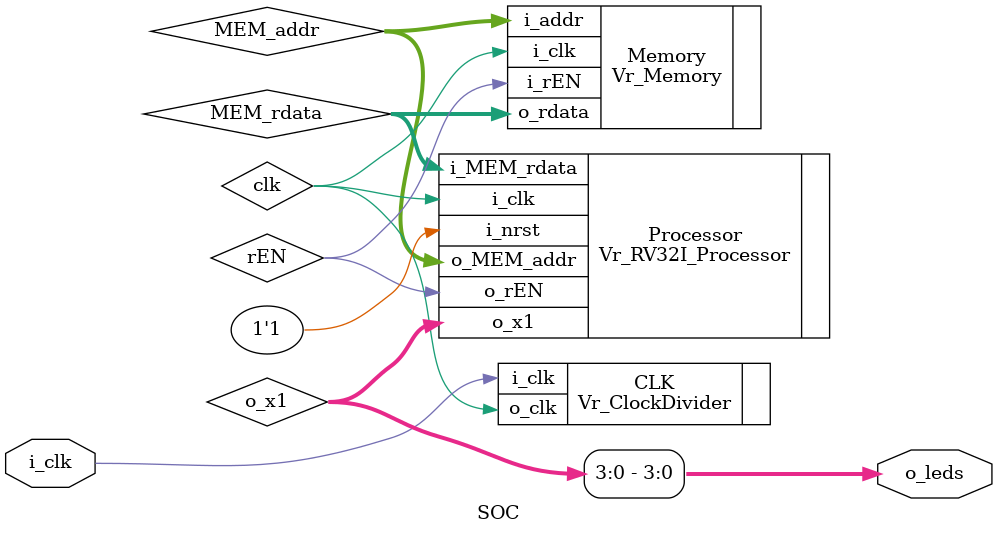
<source format=v>
`include "Vr_CLockDivider.v"
`include "Vr_Memory.v"
`include "Vr_RV32I_Processor.v"


module SOC #(parameter N = 32, M = 5, LEDS = 4) (
    input  i_clk,          
    output [LEDS-1:0] o_leds      
);

    // Processor 
    Vr_RV32I_Processor Processor (
        .i_clk(clk),
        .i_MEM_rdata(MEM_rdata),
        .o_MEM_addr(MEM_addr),
        .o_rEN(rEN),
        .o_x1(o_x1),
        .i_nrst(1'b1)
    );

    //
    wire rEN;
    wire [31:0] MEM_rdata, MEM_addr, o_x1;
    //

    // RAM
    Vr_Memory Memory (
        .i_addr(MEM_addr),
        .i_clk(clk),
        .i_rEN(rEN),
        .o_rdata(MEM_rdata)
    );

    // ClockDivider
    wire clk;

    Vr_ClockDivider #(.DIV(20)) CLK (
        .o_clk(clk),
        .i_clk(i_clk)
    );

    // Leds
    assign o_leds = o_x1[LEDS-1:0];

endmodule
</source>
